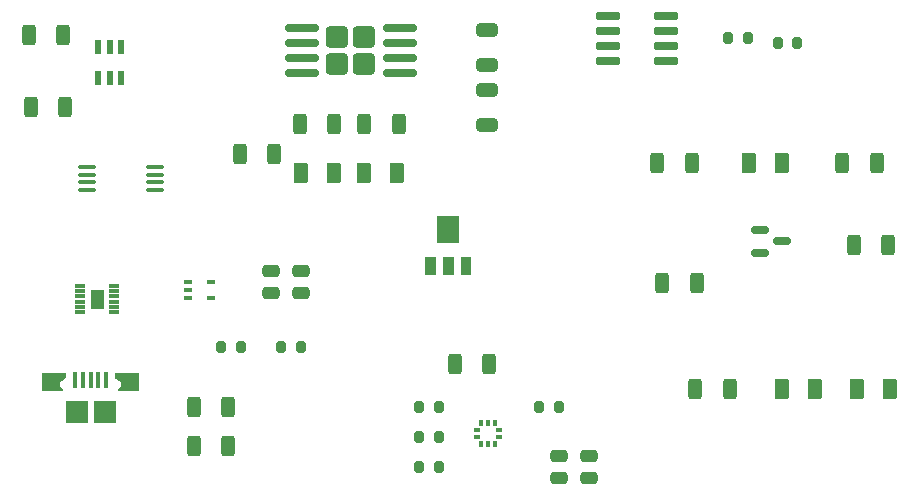
<source format=gtp>
%TF.GenerationSoftware,KiCad,Pcbnew,(7.0.0)*%
%TF.CreationDate,2023-03-21T00:44:08+02:00*%
%TF.ProjectId,main_v0.6,6d61696e-5f76-4302-9e36-2e6b69636164,rev?*%
%TF.SameCoordinates,Original*%
%TF.FileFunction,Paste,Top*%
%TF.FilePolarity,Positive*%
%FSLAX46Y46*%
G04 Gerber Fmt 4.6, Leading zero omitted, Abs format (unit mm)*
G04 Created by KiCad (PCBNEW (7.0.0)) date 2023-03-21 00:44:08*
%MOMM*%
%LPD*%
G01*
G04 APERTURE LIST*
G04 Aperture macros list*
%AMRoundRect*
0 Rectangle with rounded corners*
0 $1 Rounding radius*
0 $2 $3 $4 $5 $6 $7 $8 $9 X,Y pos of 4 corners*
0 Add a 4 corners polygon primitive as box body*
4,1,4,$2,$3,$4,$5,$6,$7,$8,$9,$2,$3,0*
0 Add four circle primitives for the rounded corners*
1,1,$1+$1,$2,$3*
1,1,$1+$1,$4,$5*
1,1,$1+$1,$6,$7*
1,1,$1+$1,$8,$9*
0 Add four rect primitives between the rounded corners*
20,1,$1+$1,$2,$3,$4,$5,0*
20,1,$1+$1,$4,$5,$6,$7,0*
20,1,$1+$1,$6,$7,$8,$9,0*
20,1,$1+$1,$8,$9,$2,$3,0*%
%AMFreePoly0*
4,1,9,1.050000,0.350000,0.550000,0.000000,0.550000,-0.400000,0.800000,-0.650000,0.800000,-0.800000,-1.050000,-0.800000,-1.050000,0.800000,1.050000,0.800000,1.050000,0.350000,1.050000,0.350000,$1*%
%AMFreePoly1*
4,1,9,1.050000,-0.800000,-0.800000,-0.800000,-0.800000,-0.650000,-0.550000,-0.400000,-0.550000,0.000000,-1.050000,0.350000,-1.050000,0.800000,1.050000,0.800000,1.050000,-0.800000,1.050000,-0.800000,$1*%
G04 Aperture macros list end*
%ADD10C,0.010000*%
%ADD11RoundRect,0.250000X-0.312500X-0.625000X0.312500X-0.625000X0.312500X0.625000X-0.312500X0.625000X0*%
%ADD12RoundRect,0.007500X-0.412500X-0.117500X0.412500X-0.117500X0.412500X0.117500X-0.412500X0.117500X0*%
%ADD13R,0.650000X0.400000*%
%ADD14RoundRect,0.200000X-0.200000X-0.275000X0.200000X-0.275000X0.200000X0.275000X-0.200000X0.275000X0*%
%ADD15RoundRect,0.250000X-0.375000X-0.625000X0.375000X-0.625000X0.375000X0.625000X-0.375000X0.625000X0*%
%ADD16R,0.550000X1.200000*%
%ADD17RoundRect,0.100000X-0.637500X-0.100000X0.637500X-0.100000X0.637500X0.100000X-0.637500X0.100000X0*%
%ADD18RoundRect,0.250000X-0.670000X-0.645000X0.670000X-0.645000X0.670000X0.645000X-0.670000X0.645000X0*%
%ADD19RoundRect,0.175000X-1.250000X-0.175000X1.250000X-0.175000X1.250000X0.175000X-1.250000X0.175000X0*%
%ADD20RoundRect,0.250000X0.475000X-0.250000X0.475000X0.250000X-0.475000X0.250000X-0.475000X-0.250000X0*%
%ADD21RoundRect,0.250000X0.650000X-0.325000X0.650000X0.325000X-0.650000X0.325000X-0.650000X-0.325000X0*%
%ADD22RoundRect,0.042000X-0.943000X-0.258000X0.943000X-0.258000X0.943000X0.258000X-0.943000X0.258000X0*%
%ADD23RoundRect,0.100000X-0.175000X-0.100000X0.175000X-0.100000X0.175000X0.100000X-0.175000X0.100000X0*%
%ADD24RoundRect,0.100000X-0.100000X-0.175000X0.100000X-0.175000X0.100000X0.175000X-0.100000X0.175000X0*%
%ADD25RoundRect,0.150000X-0.587500X-0.150000X0.587500X-0.150000X0.587500X0.150000X-0.587500X0.150000X0*%
%ADD26R,0.400000X1.350000*%
%ADD27FreePoly0,0.000000*%
%ADD28R,1.900000X1.900000*%
%ADD29FreePoly1,0.000000*%
G04 APERTURE END LIST*
%TO.C,U5*%
G36*
X100078000Y-88166000D02*
G01*
X99058000Y-88166000D01*
X99058000Y-86586000D01*
X100078000Y-86586000D01*
X100078000Y-88166000D01*
G37*
D10*
X100078000Y-88166000D02*
X99058000Y-88166000D01*
X99058000Y-86586000D01*
X100078000Y-86586000D01*
X100078000Y-88166000D01*
%TO.C,U3*%
G36*
X128186000Y-85233740D02*
G01*
X127383350Y-85233740D01*
X127383350Y-83830000D01*
X128186000Y-83830000D01*
X128186000Y-85233740D01*
G37*
X128186000Y-85233740D02*
X127383350Y-85233740D01*
X127383350Y-83830000D01*
X128186000Y-83830000D01*
X128186000Y-85233740D01*
G36*
X130186000Y-82550000D02*
G01*
X128385217Y-82550000D01*
X128385217Y-80350000D01*
X130186000Y-80350000D01*
X130186000Y-82550000D01*
G37*
X130186000Y-82550000D02*
X128385217Y-82550000D01*
X128385217Y-80350000D01*
X130186000Y-80350000D01*
X130186000Y-82550000D01*
G36*
X129686000Y-85232740D02*
G01*
X128885591Y-85232740D01*
X128885591Y-83830000D01*
X129686000Y-83830000D01*
X129686000Y-85232740D01*
G37*
X129686000Y-85232740D02*
X128885591Y-85232740D01*
X128885591Y-83830000D01*
X129686000Y-83830000D01*
X129686000Y-85232740D01*
G36*
X131186000Y-85231730D02*
G01*
X130386710Y-85231730D01*
X130386710Y-83830000D01*
X131186000Y-83830000D01*
X131186000Y-85231730D01*
G37*
X131186000Y-85231730D02*
X130386710Y-85231730D01*
X130386710Y-83830000D01*
X131186000Y-83830000D01*
X131186000Y-85231730D01*
%TD*%
D11*
%TO.C,R17*%
X163637500Y-82804000D03*
X166562500Y-82804000D03*
%TD*%
D12*
%TO.C,U5*%
X98133000Y-86251000D03*
X98133000Y-86701000D03*
X98133000Y-87151000D03*
X98133000Y-87601000D03*
X98133000Y-88051000D03*
X98133000Y-88501000D03*
X101003000Y-88501000D03*
X101003000Y-88051000D03*
X101003000Y-87601000D03*
X101003000Y-87151000D03*
X101003000Y-86701000D03*
X101003000Y-86251000D03*
%TD*%
D13*
%TO.C,U1*%
X107319999Y-85947499D03*
X107319999Y-86597499D03*
X107319999Y-87247499D03*
X109219999Y-87247499D03*
X109219999Y-85947499D03*
%TD*%
D14*
%TO.C,R1*%
X110110000Y-91440000D03*
X111760000Y-91440000D03*
%TD*%
%TO.C,R7*%
X126874000Y-96520000D03*
X128524000Y-96520000D03*
%TD*%
D11*
%TO.C,R15*%
X147032000Y-75814000D03*
X149957000Y-75814000D03*
%TD*%
D14*
%TO.C,R18*%
X157226000Y-65658000D03*
X158876000Y-65658000D03*
%TD*%
D11*
%TO.C,R24*%
X107757500Y-96520000D03*
X110682500Y-96520000D03*
%TD*%
D15*
%TO.C,D2*%
X116834000Y-76708000D03*
X119634000Y-76708000D03*
%TD*%
D16*
%TO.C,IC1*%
X99699999Y-68639999D03*
X100649999Y-68639999D03*
X101599999Y-68639999D03*
X101599999Y-66039999D03*
X100649999Y-66039999D03*
X99699999Y-66039999D03*
%TD*%
D11*
%TO.C,R16*%
X162657000Y-75814000D03*
X165582000Y-75814000D03*
%TD*%
%TO.C,R2*%
X129880500Y-92837000D03*
X132805500Y-92837000D03*
%TD*%
D17*
%TO.C,Q1*%
X98737500Y-76200000D03*
X98737500Y-76850000D03*
X98737500Y-77500000D03*
X98737500Y-78150000D03*
X104462500Y-78150000D03*
X104462500Y-77500000D03*
X104462500Y-76850000D03*
X104462500Y-76200000D03*
%TD*%
D18*
%TO.C,U4*%
X119919000Y-65217000D03*
X119919000Y-67437000D03*
X122199000Y-65217000D03*
X122199000Y-67437000D03*
D19*
X116909000Y-64422000D03*
X116909000Y-65692000D03*
X116909000Y-66962000D03*
X116909000Y-68232000D03*
X125209000Y-68232000D03*
X125209000Y-66962000D03*
X125209000Y-65692000D03*
X125209000Y-64422000D03*
%TD*%
D15*
%TO.C,D3*%
X154777000Y-75814000D03*
X157577000Y-75814000D03*
%TD*%
D11*
%TO.C,R11*%
X111654000Y-75057000D03*
X114579000Y-75057000D03*
%TD*%
D20*
%TO.C,C3*%
X138684000Y-102550000D03*
X138684000Y-100650000D03*
%TD*%
D21*
%TO.C,C5*%
X132588000Y-72644000D03*
X132588000Y-69694000D03*
%TD*%
D20*
%TO.C,C1*%
X114300000Y-86897500D03*
X114300000Y-84997500D03*
%TD*%
D14*
%TO.C,R5*%
X126874000Y-101600000D03*
X128524000Y-101600000D03*
%TD*%
%TO.C,R4*%
X126874000Y-99090000D03*
X128524000Y-99090000D03*
%TD*%
D15*
%TO.C,D1*%
X157604000Y-94996000D03*
X160404000Y-94996000D03*
%TD*%
D14*
%TO.C,R3*%
X115190000Y-91440000D03*
X116840000Y-91440000D03*
%TD*%
D11*
%TO.C,R10*%
X93787500Y-65024000D03*
X96712500Y-65024000D03*
%TD*%
%TO.C,R13*%
X122199000Y-72517000D03*
X125124000Y-72517000D03*
%TD*%
%TO.C,R14*%
X147417000Y-85974000D03*
X150342000Y-85974000D03*
%TD*%
D22*
%TO.C,U6*%
X142813000Y-63373000D03*
X142813000Y-64643000D03*
X142813000Y-65913000D03*
X142813000Y-67183000D03*
X147763000Y-67183000D03*
X147763000Y-65913000D03*
X147763000Y-64643000D03*
X147763000Y-63373000D03*
%TD*%
D11*
%TO.C,R25*%
X107757500Y-99810000D03*
X110682500Y-99810000D03*
%TD*%
D14*
%TO.C,R6*%
X137034000Y-96520000D03*
X138684000Y-96520000D03*
%TD*%
D20*
%TO.C,C4*%
X141224000Y-102550000D03*
X141224000Y-100650000D03*
%TD*%
D11*
%TO.C,R9*%
X93980000Y-71120000D03*
X96905000Y-71120000D03*
%TD*%
D15*
%TO.C,D5*%
X163954000Y-94996000D03*
X166754000Y-94996000D03*
%TD*%
D11*
%TO.C,R8*%
X150236000Y-94991000D03*
X153161000Y-94991000D03*
%TD*%
D14*
%TO.C,R19*%
X153036000Y-65278000D03*
X154686000Y-65278000D03*
%TD*%
D23*
%TO.C,U2*%
X131754000Y-98460000D03*
X131754000Y-99060000D03*
D24*
X132079000Y-99685000D03*
X132679000Y-99685000D03*
X133279000Y-99685000D03*
D23*
X133604000Y-99060000D03*
X133604000Y-98460000D03*
D24*
X133279000Y-97835000D03*
X132679000Y-97835000D03*
X132079000Y-97835000D03*
%TD*%
D15*
%TO.C,D4*%
X122174000Y-76708000D03*
X124974000Y-76708000D03*
%TD*%
D25*
%TO.C,Q3*%
X155702000Y-81534000D03*
X155702000Y-83434000D03*
X157577000Y-82484000D03*
%TD*%
D21*
%TO.C,C6*%
X132588000Y-67564000D03*
X132588000Y-64614000D03*
%TD*%
D11*
%TO.C,R12*%
X116734000Y-72517000D03*
X119659000Y-72517000D03*
%TD*%
D26*
%TO.C,J5*%
X97759999Y-94234999D03*
X98409999Y-94234999D03*
X99059999Y-94234999D03*
X99709999Y-94234999D03*
X100359999Y-94234999D03*
D27*
X95960000Y-94360000D03*
D28*
X97859999Y-96909999D03*
X100259999Y-96909999D03*
D29*
X102160000Y-94360000D03*
%TD*%
D20*
%TO.C,C2*%
X116840000Y-86897500D03*
X116840000Y-84997500D03*
%TD*%
M02*

</source>
